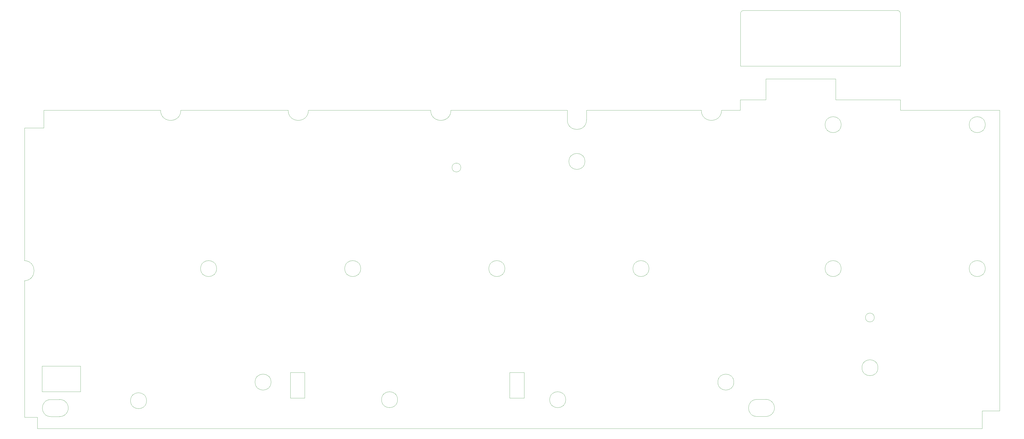
<source format=gbr>
%TF.GenerationSoftware,KiCad,Pcbnew,(6.0.0-rc1-114-gb471945224)*%
%TF.CreationDate,2022-04-25T13:04:53+02:00*%
%TF.ProjectId,HB-F1XD-keyboard,48422d46-3158-4442-9d6b-6579626f6172,1*%
%TF.SameCoordinates,Original*%
%TF.FileFunction,Profile,NP*%
%FSLAX46Y46*%
G04 Gerber Fmt 4.6, Leading zero omitted, Abs format (unit mm)*
G04 Created by KiCad (PCBNEW (6.0.0-rc1-114-gb471945224)) date 2022-04-25 13:04:53*
%MOMM*%
%LPD*%
G01*
G04 APERTURE LIST*
%TA.AperFunction,Profile*%
%ADD10C,0.050000*%
%TD*%
G04 APERTURE END LIST*
D10*
X401320000Y-86995000D02*
X401320000Y-206375000D01*
X305119219Y-201818372D02*
G75*
G03*
X305119219Y-208602696I0J-3392162D01*
G01*
X308600422Y-208602495D02*
G75*
G03*
X308608952Y-201781629I9096J3410427D01*
G01*
X305119219Y-201818372D02*
X308608952Y-201781629D01*
X308600422Y-208602495D02*
X305119219Y-208602697D01*
X120015000Y-201295000D02*
X120015000Y-191135000D01*
X207010000Y-201295000D02*
X207010000Y-191135000D01*
X207010000Y-191135000D02*
X212725000Y-191135000D01*
X212725000Y-201295000D02*
X207010000Y-201295000D01*
X212725000Y-191135000D02*
X212725000Y-201295000D01*
X351624497Y-169294905D02*
G75*
G03*
X351624497Y-169294905I-1761062J0D01*
G01*
X22225000Y-86995000D02*
X68580000Y-86995000D01*
X175688908Y-86995000D02*
G75*
G03*
X183721092Y-86995000I4016092J0D01*
G01*
X283003908Y-86995000D02*
G75*
G03*
X291036092Y-86995000I4016092J0D01*
G01*
X76612184Y-86995000D02*
X119173908Y-86995000D01*
X127206092Y-86995000D02*
X175688908Y-86995000D01*
X183721092Y-86995000D02*
X229870000Y-86995000D01*
X237490000Y-86995000D02*
X283003908Y-86995000D01*
X394335000Y-213360000D02*
X19685000Y-213360000D01*
X68580000Y-86995000D02*
G75*
G03*
X76612184Y-86995000I4016092J0D01*
G01*
X14605000Y-93980000D02*
X22225000Y-93980000D01*
X22225000Y-93980000D02*
X22225000Y-86995000D01*
X394335000Y-206375000D02*
X394335000Y-213360000D01*
X401320000Y-206375000D02*
X394335000Y-206375000D01*
X298450000Y-86995000D02*
X291036092Y-86995000D01*
X361950000Y-86995000D02*
X401320000Y-86995000D01*
X236855000Y-107315000D02*
G75*
G03*
X236855000Y-107315000I-3175000J0D01*
G01*
X361963550Y-48601407D02*
X361950000Y-69452718D01*
X14605000Y-146685000D02*
X14605000Y-93980000D01*
X336296000Y-82804000D02*
X361950000Y-82804000D01*
X36830000Y-198755000D02*
X21590000Y-198755000D01*
X21590000Y-198755000D02*
X21590000Y-188595000D01*
X21590000Y-188595000D02*
X36830000Y-188595000D01*
X36830000Y-188595000D02*
X36830000Y-198755000D01*
X125730000Y-191135000D02*
X125730000Y-201295000D01*
X205105000Y-149860000D02*
G75*
G03*
X205105000Y-149860000I-3175000J0D01*
G01*
X338455000Y-149860000D02*
G75*
G03*
X338455000Y-149860000I-3175000J0D01*
G01*
X25093797Y-201868372D02*
G75*
G03*
X25093797Y-208643466I0J-3387547D01*
G01*
X298450000Y-86995000D02*
X298450000Y-82804000D01*
X295910000Y-194945000D02*
G75*
G03*
X295910000Y-194945000I-3175000J0D01*
G01*
X395605000Y-92710000D02*
G75*
G03*
X395605000Y-92710000I-3175000J0D01*
G01*
X361950000Y-82804000D02*
X361950000Y-86995000D01*
X112395000Y-194945000D02*
G75*
G03*
X112395000Y-194945000I-3175000J0D01*
G01*
X336296000Y-74549000D02*
X336296000Y-82804000D01*
X298450000Y-82804000D02*
X308610000Y-82804000D01*
X120015000Y-191135000D02*
X125730000Y-191135000D01*
X14605000Y-154717184D02*
G75*
G03*
X14605000Y-146685000I-206228J4016092D01*
G01*
X162560000Y-201930000D02*
G75*
G03*
X162560000Y-201930000I-3175000J0D01*
G01*
X63021930Y-202329603D02*
G75*
G03*
X63021930Y-202329603I-3175000J0D01*
G01*
X14605000Y-208915000D02*
X14605000Y-154717184D01*
X308610000Y-74549000D02*
X336296000Y-74549000D01*
X299813523Y-47352566D02*
G75*
G03*
X298559550Y-48599282I-3974J-1249997D01*
G01*
X298559550Y-69452718D02*
X361950000Y-69452718D01*
X125730000Y-201295000D02*
X120015000Y-201295000D01*
X119173908Y-86995000D02*
G75*
G03*
X127206092Y-86995000I4016092J0D01*
G01*
X19685000Y-208915000D02*
X14605000Y-208915000D01*
X229235000Y-201930000D02*
G75*
G03*
X229235000Y-201930000I-3175000J0D01*
G01*
X25093797Y-201868372D02*
X28583530Y-201831629D01*
X229870000Y-90805000D02*
G75*
G03*
X237490000Y-90805000I3810000J0D01*
G01*
X308610000Y-74549000D02*
X308610000Y-82804000D01*
X90805000Y-149860000D02*
G75*
G03*
X90805000Y-149860000I-3175000J0D01*
G01*
X19685000Y-213360000D02*
X19685000Y-208915000D01*
X395605000Y-149860000D02*
G75*
G03*
X395605000Y-149860000I-3175000J0D01*
G01*
X147955000Y-149860000D02*
G75*
G03*
X147955000Y-149860000I-3175000J0D01*
G01*
X237490000Y-90805000D02*
X237490000Y-86995000D01*
X28575000Y-208643265D02*
G75*
G03*
X28583530Y-201831629I9086J3405812D01*
G01*
X299813523Y-47352566D02*
X360716834Y-47347434D01*
X361963550Y-48601407D02*
G75*
G03*
X360716834Y-47347434I-1249997J3974D01*
G01*
X28575000Y-208643265D02*
X25093797Y-208643467D01*
X298559550Y-69452718D02*
X298559550Y-48599282D01*
X338455000Y-92710000D02*
G75*
G03*
X338455000Y-92710000I-3175000J0D01*
G01*
X229870000Y-90805000D02*
X229870000Y-86995000D01*
X262255000Y-149860000D02*
G75*
G03*
X262255000Y-149860000I-3175000J0D01*
G01*
X353060000Y-189230000D02*
G75*
G03*
X353060000Y-189230000I-3175000J0D01*
G01*
X187663145Y-109735138D02*
G75*
G03*
X187663145Y-109735138I-1761062J0D01*
G01*
M02*

</source>
